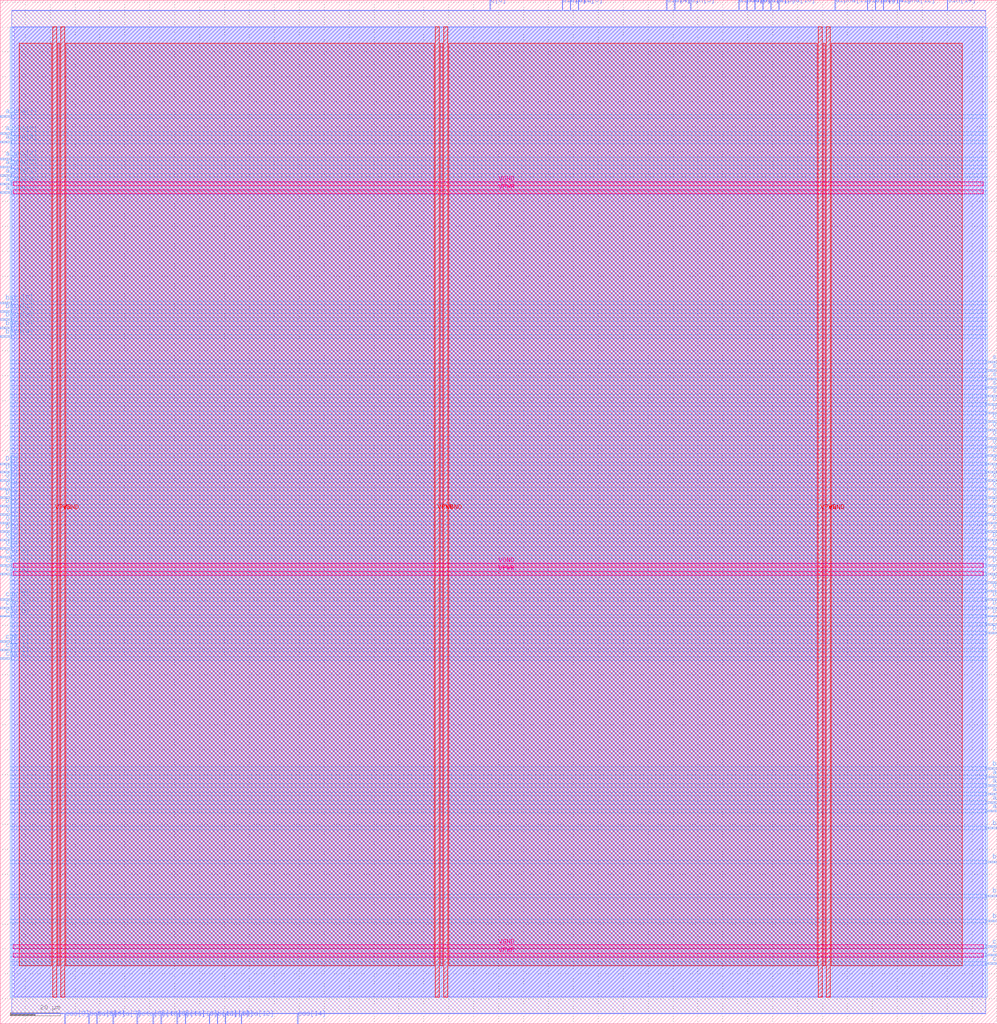
<source format=lef>
VERSION 5.7 ;
  NOWIREEXTENSIONATPIN ON ;
  DIVIDERCHAR "/" ;
  BUSBITCHARS "[]" ;
MACRO park
  CLASS BLOCK ;
  FOREIGN park ;
  ORIGIN 0.000 0.000 ;
  SIZE 400.120 BY 410.840 ;
  PIN D[0]
    DIRECTION OUTPUT ;
    USE SIGNAL ;
    ANTENNADIFFAREA 0.795200 ;
    PORT
      LAYER met3 ;
        RECT 0.000 224.440 4.000 225.040 ;
    END
  END D[0]
  PIN D[10]
    DIRECTION OUTPUT ;
    USE SIGNAL ;
    ANTENNADIFFAREA 0.795200 ;
    PORT
      LAYER met3 ;
        RECT 396.120 200.640 400.120 201.240 ;
    END
  END D[10]
  PIN D[11]
    DIRECTION OUTPUT ;
    USE SIGNAL ;
    ANTENNADIFFAREA 0.795200 ;
    PORT
      LAYER met3 ;
        RECT 396.120 156.440 400.120 157.040 ;
    END
  END D[11]
  PIN D[12]
    DIRECTION OUTPUT ;
    USE SIGNAL ;
    ANTENNADIFFAREA 0.445500 ;
    PORT
      LAYER met3 ;
        RECT 396.120 183.640 400.120 184.240 ;
    END
  END D[12]
  PIN D[13]
    DIRECTION OUTPUT ;
    USE SIGNAL ;
    ANTENNADIFFAREA 0.445500 ;
    PORT
      LAYER met3 ;
        RECT 396.120 170.040 400.120 170.640 ;
    END
  END D[13]
  PIN D[14]
    DIRECTION OUTPUT ;
    USE SIGNAL ;
    ANTENNADIFFAREA 0.795200 ;
    PORT
      LAYER met3 ;
        RECT 396.120 180.240 400.120 180.840 ;
    END
  END D[14]
  PIN D[15]
    DIRECTION OUTPUT ;
    USE SIGNAL ;
    ANTENNADIFFAREA 0.795200 ;
    PORT
      LAYER met3 ;
        RECT 396.120 193.840 400.120 194.440 ;
    END
  END D[15]
  PIN D[16]
    DIRECTION OUTPUT ;
    USE SIGNAL ;
    ANTENNADIFFAREA 0.795200 ;
    PORT
      LAYER met3 ;
        RECT 396.120 176.840 400.120 177.440 ;
    END
  END D[16]
  PIN D[17]
    DIRECTION OUTPUT ;
    USE SIGNAL ;
    ANTENNADIFFAREA 0.445500 ;
    PORT
      LAYER met3 ;
        RECT 396.120 163.240 400.120 163.840 ;
    END
  END D[17]
  PIN D[1]
    DIRECTION OUTPUT ;
    USE SIGNAL ;
    ANTENNADIFFAREA 0.795200 ;
    PORT
      LAYER met3 ;
        RECT 0.000 197.240 4.000 197.840 ;
    END
  END D[1]
  PIN D[2]
    DIRECTION OUTPUT ;
    USE SIGNAL ;
    ANTENNADIFFAREA 0.795200 ;
    PORT
      LAYER met3 ;
        RECT 0.000 207.440 4.000 208.040 ;
    END
  END D[2]
  PIN D[3]
    DIRECTION OUTPUT ;
    USE SIGNAL ;
    ANTENNADIFFAREA 0.795200 ;
    PORT
      LAYER met3 ;
        RECT 0.000 221.040 4.000 221.640 ;
    END
  END D[3]
  PIN D[4]
    DIRECTION OUTPUT ;
    USE SIGNAL ;
    ANTENNADIFFAREA 0.795200 ;
    PORT
      LAYER met3 ;
        RECT 0.000 210.840 4.000 211.440 ;
    END
  END D[4]
  PIN D[5]
    DIRECTION OUTPUT ;
    USE SIGNAL ;
    ANTENNADIFFAREA 0.795200 ;
    PORT
      LAYER met3 ;
        RECT 396.120 248.240 400.120 248.840 ;
    END
  END D[5]
  PIN D[6]
    DIRECTION OUTPUT ;
    USE SIGNAL ;
    ANTENNADIFFAREA 0.795200 ;
    PORT
      LAYER met3 ;
        RECT 396.120 244.840 400.120 245.440 ;
    END
  END D[6]
  PIN D[7]
    DIRECTION OUTPUT ;
    USE SIGNAL ;
    ANTENNADIFFAREA 0.795200 ;
    PORT
      LAYER met3 ;
        RECT 396.120 207.440 400.120 208.040 ;
    END
  END D[7]
  PIN D[8]
    DIRECTION OUTPUT ;
    USE SIGNAL ;
    ANTENNADIFFAREA 0.445500 ;
    PORT
      LAYER met3 ;
        RECT 396.120 190.440 400.120 191.040 ;
    END
  END D[8]
  PIN D[9]
    DIRECTION OUTPUT ;
    USE SIGNAL ;
    ANTENNADIFFAREA 0.795200 ;
    PORT
      LAYER met3 ;
        RECT 396.120 166.640 400.120 167.240 ;
    END
  END D[9]
  PIN Q[0]
    DIRECTION OUTPUT ;
    USE SIGNAL ;
    ANTENNADIFFAREA 0.795200 ;
    PORT
      LAYER met3 ;
        RECT 0.000 193.840 4.000 194.440 ;
    END
  END Q[0]
  PIN Q[10]
    DIRECTION OUTPUT ;
    USE SIGNAL ;
    ANTENNADIFFAREA 0.795200 ;
    PORT
      LAYER met3 ;
        RECT 396.120 217.640 400.120 218.240 ;
    END
  END Q[10]
  PIN Q[11]
    DIRECTION OUTPUT ;
    USE SIGNAL ;
    ANTENNADIFFAREA 0.795200 ;
    PORT
      LAYER met3 ;
        RECT 396.120 221.040 400.120 221.640 ;
    END
  END Q[11]
  PIN Q[12]
    DIRECTION OUTPUT ;
    USE SIGNAL ;
    ANTENNADIFFAREA 0.795200 ;
    PORT
      LAYER met3 ;
        RECT 396.120 214.240 400.120 214.840 ;
    END
  END Q[12]
  PIN Q[13]
    DIRECTION OUTPUT ;
    USE SIGNAL ;
    ANTENNADIFFAREA 0.445500 ;
    PORT
      LAYER met3 ;
        RECT 396.120 238.040 400.120 238.640 ;
    END
  END Q[13]
  PIN Q[14]
    DIRECTION OUTPUT ;
    USE SIGNAL ;
    ANTENNADIFFAREA 0.445500 ;
    PORT
      LAYER met3 ;
        RECT 396.120 204.040 400.120 204.640 ;
    END
  END Q[14]
  PIN Q[15]
    DIRECTION OUTPUT ;
    USE SIGNAL ;
    ANTENNADIFFAREA 0.445500 ;
    PORT
      LAYER met3 ;
        RECT 396.120 210.840 400.120 211.440 ;
    END
  END Q[15]
  PIN Q[16]
    DIRECTION OUTPUT ;
    USE SIGNAL ;
    ANTENNADIFFAREA 0.795200 ;
    PORT
      LAYER met3 ;
        RECT 396.120 187.040 400.120 187.640 ;
    END
  END Q[16]
  PIN Q[17]
    DIRECTION OUTPUT ;
    USE SIGNAL ;
    ANTENNADIFFAREA 0.795200 ;
    PORT
      LAYER met3 ;
        RECT 396.120 173.440 400.120 174.040 ;
    END
  END Q[17]
  PIN Q[1]
    DIRECTION OUTPUT ;
    USE SIGNAL ;
    ANTENNADIFFAREA 0.795200 ;
    PORT
      LAYER met3 ;
        RECT 0.000 204.040 4.000 204.640 ;
    END
  END Q[1]
  PIN Q[2]
    DIRECTION OUTPUT ;
    USE SIGNAL ;
    ANTENNADIFFAREA 0.795200 ;
    PORT
      LAYER met3 ;
        RECT 0.000 217.640 4.000 218.240 ;
    END
  END Q[2]
  PIN Q[3]
    DIRECTION OUTPUT ;
    USE SIGNAL ;
    ANTENNADIFFAREA 0.795200 ;
    PORT
      LAYER met3 ;
        RECT 0.000 200.640 4.000 201.240 ;
    END
  END Q[3]
  PIN Q[4]
    DIRECTION OUTPUT ;
    USE SIGNAL ;
    ANTENNADIFFAREA 0.795200 ;
    PORT
      LAYER met3 ;
        RECT 0.000 190.440 4.000 191.040 ;
    END
  END Q[4]
  PIN Q[5]
    DIRECTION OUTPUT ;
    USE SIGNAL ;
    ANTENNADIFFAREA 0.795200 ;
    PORT
      LAYER met3 ;
        RECT 0.000 214.240 4.000 214.840 ;
    END
  END Q[5]
  PIN Q[6]
    DIRECTION OUTPUT ;
    USE SIGNAL ;
    ANTENNADIFFAREA 0.795200 ;
    PORT
      LAYER met2 ;
        RECT 196.510 406.840 196.790 410.840 ;
    END
  END Q[6]
  PIN Q[7]
    DIRECTION OUTPUT ;
    USE SIGNAL ;
    ANTENNADIFFAREA 0.795200 ;
    PORT
      LAYER met3 ;
        RECT 396.120 241.440 400.120 242.040 ;
    END
  END Q[7]
  PIN Q[8]
    DIRECTION OUTPUT ;
    USE SIGNAL ;
    ANTENNADIFFAREA 0.445500 ;
    PORT
      LAYER met3 ;
        RECT 396.120 231.240 400.120 231.840 ;
    END
  END Q[8]
  PIN Q[9]
    DIRECTION OUTPUT ;
    USE SIGNAL ;
    ANTENNADIFFAREA 0.795200 ;
    PORT
      LAYER met3 ;
        RECT 396.120 234.640 400.120 235.240 ;
    END
  END Q[9]
  PIN VGND
    DIRECTION INOUT ;
    USE GROUND ;
    PORT
      LAYER met4 ;
        RECT 24.340 10.640 25.940 400.080 ;
    END
    PORT
      LAYER met4 ;
        RECT 177.940 10.640 179.540 400.080 ;
    END
    PORT
      LAYER met4 ;
        RECT 331.540 10.640 333.140 400.080 ;
    END
    PORT
      LAYER met5 ;
        RECT 5.280 30.030 394.460 31.630 ;
    END
    PORT
      LAYER met5 ;
        RECT 5.280 183.210 394.460 184.810 ;
    END
    PORT
      LAYER met5 ;
        RECT 5.280 336.390 394.460 337.990 ;
    END
  END VGND
  PIN VPWR
    DIRECTION INOUT ;
    USE POWER ;
    PORT
      LAYER met4 ;
        RECT 21.040 10.640 22.640 400.080 ;
    END
    PORT
      LAYER met4 ;
        RECT 174.640 10.640 176.240 400.080 ;
    END
    PORT
      LAYER met4 ;
        RECT 328.240 10.640 329.840 400.080 ;
    END
    PORT
      LAYER met5 ;
        RECT 5.280 26.730 394.460 28.330 ;
    END
    PORT
      LAYER met5 ;
        RECT 5.280 179.910 394.460 181.510 ;
    END
    PORT
      LAYER met5 ;
        RECT 5.280 333.090 394.460 334.690 ;
    END
  END VPWR
  PIN alpha[0]
    DIRECTION INPUT ;
    USE SIGNAL ;
    ANTENNAGATEAREA 0.159000 ;
    PORT
      LAYER met3 ;
        RECT 0.000 333.240 4.000 333.840 ;
    END
  END alpha[0]
  PIN alpha[10]
    DIRECTION INPUT ;
    USE SIGNAL ;
    ANTENNAGATEAREA 0.196500 ;
    PORT
      LAYER met2 ;
        RECT 312.430 406.840 312.710 410.840 ;
    END
  END alpha[10]
  PIN alpha[11]
    DIRECTION INPUT ;
    USE SIGNAL ;
    ANTENNAGATEAREA 0.196500 ;
    PORT
      LAYER met2 ;
        RECT 334.970 406.840 335.250 410.840 ;
    END
  END alpha[11]
  PIN alpha[12]
    DIRECTION INPUT ;
    USE SIGNAL ;
    ANTENNAGATEAREA 0.247500 ;
    PORT
      LAYER met2 ;
        RECT 360.730 406.840 361.010 410.840 ;
    END
  END alpha[12]
  PIN alpha[13]
    DIRECTION INPUT ;
    USE SIGNAL ;
    ANTENNAGATEAREA 0.247500 ;
    PORT
      LAYER met3 ;
        RECT 396.120 85.040 400.120 85.640 ;
    END
  END alpha[13]
  PIN alpha[14]
    DIRECTION INPUT ;
    USE SIGNAL ;
    ANTENNAGATEAREA 0.196500 ;
    PORT
      LAYER met3 ;
        RECT 396.120 88.440 400.120 89.040 ;
    END
  END alpha[14]
  PIN alpha[15]
    DIRECTION INPUT ;
    USE SIGNAL ;
    ANTENNAGATEAREA 0.196500 ;
    PORT
      LAYER met3 ;
        RECT 396.120 91.840 400.120 92.440 ;
    END
  END alpha[15]
  PIN alpha[16]
    DIRECTION INPUT ;
    USE SIGNAL ;
    ANTENNAGATEAREA 0.213000 ;
    PORT
      LAYER met3 ;
        RECT 396.120 95.240 400.120 95.840 ;
    END
  END alpha[16]
  PIN alpha[17]
    DIRECTION INPUT ;
    USE SIGNAL ;
    ANTENNAGATEAREA 0.159000 ;
    PORT
      LAYER met3 ;
        RECT 396.120 98.640 400.120 99.240 ;
    END
  END alpha[17]
  PIN alpha[1]
    DIRECTION INPUT ;
    USE SIGNAL ;
    ANTENNAGATEAREA 0.196500 ;
    PORT
      LAYER met3 ;
        RECT 0.000 340.040 4.000 340.640 ;
    END
  END alpha[1]
  PIN alpha[2]
    DIRECTION INPUT ;
    USE SIGNAL ;
    ANTENNAGATEAREA 0.159000 ;
    PORT
      LAYER met3 ;
        RECT 0.000 343.440 4.000 344.040 ;
    END
  END alpha[2]
  PIN alpha[3]
    DIRECTION INPUT ;
    USE SIGNAL ;
    ANTENNAGATEAREA 0.213000 ;
    PORT
      LAYER met3 ;
        RECT 0.000 336.640 4.000 337.240 ;
    END
  END alpha[3]
  PIN alpha[4]
    DIRECTION INPUT ;
    USE SIGNAL ;
    ANTENNAGATEAREA 0.196500 ;
    PORT
      LAYER met3 ;
        RECT 0.000 346.840 4.000 347.440 ;
    END
  END alpha[4]
  PIN alpha[5]
    DIRECTION INPUT ;
    USE SIGNAL ;
    ANTENNAGATEAREA 0.196500 ;
    PORT
      LAYER met3 ;
        RECT 0.000 353.640 4.000 354.240 ;
    END
  END alpha[5]
  PIN alpha[6]
    DIRECTION INPUT ;
    USE SIGNAL ;
    ANTENNAGATEAREA 0.196500 ;
    PORT
      LAYER met3 ;
        RECT 0.000 357.040 4.000 357.640 ;
    END
  END alpha[6]
  PIN alpha[7]
    DIRECTION INPUT ;
    USE SIGNAL ;
    ANTENNAGATEAREA 0.196500 ;
    PORT
      LAYER met3 ;
        RECT 0.000 363.840 4.000 364.440 ;
    END
  END alpha[7]
  PIN alpha[8]
    DIRECTION INPUT ;
    USE SIGNAL ;
    ANTENNAGATEAREA 0.196500 ;
    PORT
      LAYER met2 ;
        RECT 296.330 406.840 296.610 410.840 ;
    END
  END alpha[8]
  PIN alpha[9]
    DIRECTION INPUT ;
    USE SIGNAL ;
    ANTENNAGATEAREA 0.196500 ;
    PORT
      LAYER met2 ;
        RECT 302.770 406.840 303.050 410.840 ;
    END
  END alpha[9]
  PIN beta[0]
    DIRECTION INPUT ;
    USE SIGNAL ;
    ANTENNAGATEAREA 0.196500 ;
    PORT
      LAYER met3 ;
        RECT 0.000 289.040 4.000 289.640 ;
    END
  END beta[0]
  PIN beta[10]
    DIRECTION INPUT ;
    USE SIGNAL ;
    ANTENNAGATEAREA 0.495000 ;
    PORT
      LAYER met2 ;
        RECT 74.150 0.000 74.430 4.000 ;
    END
  END beta[10]
  PIN beta[11]
    DIRECTION INPUT ;
    USE SIGNAL ;
    ANTENNAGATEAREA 0.196500 ;
    PORT
      LAYER met2 ;
        RECT 87.030 0.000 87.310 4.000 ;
    END
  END beta[11]
  PIN beta[12]
    DIRECTION INPUT ;
    USE SIGNAL ;
    ANTENNAGATEAREA 0.196500 ;
    PORT
      LAYER met2 ;
        RECT 96.690 0.000 96.970 4.000 ;
    END
  END beta[12]
  PIN beta[13]
    DIRECTION INPUT ;
    USE SIGNAL ;
    ANTENNAGATEAREA 0.196500 ;
    PORT
      LAYER met3 ;
        RECT 396.120 40.840 400.120 41.440 ;
    END
  END beta[13]
  PIN beta[14]
    DIRECTION INPUT ;
    USE SIGNAL ;
    ANTENNAGATEAREA 0.196500 ;
    PORT
      LAYER met3 ;
        RECT 396.120 51.040 400.120 51.640 ;
    END
  END beta[14]
  PIN beta[15]
    DIRECTION INPUT ;
    USE SIGNAL ;
    ANTENNAGATEAREA 0.196500 ;
    PORT
      LAYER met3 ;
        RECT 396.120 64.640 400.120 65.240 ;
    END
  END beta[15]
  PIN beta[16]
    DIRECTION INPUT ;
    USE SIGNAL ;
    ANTENNAGATEAREA 0.196500 ;
    PORT
      LAYER met3 ;
        RECT 396.120 78.240 400.120 78.840 ;
    END
  END beta[16]
  PIN beta[17]
    DIRECTION INPUT ;
    USE SIGNAL ;
    ANTENNAGATEAREA 0.213000 ;
    PORT
      LAYER met3 ;
        RECT 396.120 102.040 400.120 102.640 ;
    END
  END beta[17]
  PIN beta[1]
    DIRECTION INPUT ;
    USE SIGNAL ;
    ANTENNAGATEAREA 0.213000 ;
    PORT
      LAYER met3 ;
        RECT 0.000 285.640 4.000 286.240 ;
    END
  END beta[1]
  PIN beta[2]
    DIRECTION INPUT ;
    USE SIGNAL ;
    ANTENNAGATEAREA 0.213000 ;
    PORT
      LAYER met3 ;
        RECT 0.000 282.240 4.000 282.840 ;
    END
  END beta[2]
  PIN beta[3]
    DIRECTION INPUT ;
    USE SIGNAL ;
    ANTENNAGATEAREA 0.196500 ;
    PORT
      LAYER met3 ;
        RECT 0.000 278.840 4.000 279.440 ;
    END
  END beta[3]
  PIN beta[4]
    DIRECTION INPUT ;
    USE SIGNAL ;
    ANTENNAGATEAREA 0.196500 ;
    PORT
      LAYER met3 ;
        RECT 0.000 275.440 4.000 276.040 ;
    END
  END beta[4]
  PIN beta[5]
    DIRECTION INPUT ;
    USE SIGNAL ;
    ANTENNAGATEAREA 0.213000 ;
    PORT
      LAYER met2 ;
        RECT 35.510 0.000 35.790 4.000 ;
    END
  END beta[5]
  PIN beta[6]
    DIRECTION INPUT ;
    USE SIGNAL ;
    ANTENNAGATEAREA 0.196500 ;
    PORT
      LAYER met2 ;
        RECT 38.730 0.000 39.010 4.000 ;
    END
  END beta[6]
  PIN beta[7]
    DIRECTION INPUT ;
    USE SIGNAL ;
    ANTENNAGATEAREA 0.213000 ;
    PORT
      LAYER met2 ;
        RECT 45.170 0.000 45.450 4.000 ;
    END
  END beta[7]
  PIN beta[8]
    DIRECTION INPUT ;
    USE SIGNAL ;
    ANTENNAGATEAREA 0.990000 ;
    PORT
      LAYER met2 ;
        RECT 54.830 0.000 55.110 4.000 ;
    END
  END beta[8]
  PIN beta[9]
    DIRECTION INPUT ;
    USE SIGNAL ;
    ANTENNAGATEAREA 0.213000 ;
    PORT
      LAYER met2 ;
        RECT 64.490 0.000 64.770 4.000 ;
    END
  END beta[9]
  PIN clk
    DIRECTION INPUT ;
    USE SIGNAL ;
    ANTENNAGATEAREA 0.852000 ;
    PORT
      LAYER met3 ;
        RECT 396.120 227.840 400.120 228.440 ;
    END
  END clk
  PIN cos[0]
    DIRECTION INPUT ;
    USE SIGNAL ;
    ANTENNAGATEAREA 0.196500 ;
    PORT
      LAYER met3 ;
        RECT 0.000 153.040 4.000 153.640 ;
    END
  END cos[0]
  PIN cos[10]
    DIRECTION INPUT ;
    USE SIGNAL ;
    ANTENNAGATEAREA 0.196500 ;
    PORT
      LAYER met2 ;
        RECT 61.270 0.000 61.550 4.000 ;
    END
  END cos[10]
  PIN cos[11]
    DIRECTION INPUT ;
    USE SIGNAL ;
    ANTENNAGATEAREA 0.196500 ;
    PORT
      LAYER met2 ;
        RECT 70.930 0.000 71.210 4.000 ;
    END
  END cos[11]
  PIN cos[12]
    DIRECTION INPUT ;
    USE SIGNAL ;
    ANTENNAGATEAREA 0.196500 ;
    PORT
      LAYER met2 ;
        RECT 83.810 0.000 84.090 4.000 ;
    END
  END cos[12]
  PIN cos[13]
    DIRECTION INPUT ;
    USE SIGNAL ;
    ANTENNAGATEAREA 0.196500 ;
    PORT
      LAYER met2 ;
        RECT 90.250 0.000 90.530 4.000 ;
    END
  END cos[13]
  PIN cos[14]
    DIRECTION INPUT ;
    USE SIGNAL ;
    ANTENNAGATEAREA 0.196500 ;
    PORT
      LAYER met2 ;
        RECT 119.230 0.000 119.510 4.000 ;
    END
  END cos[14]
  PIN cos[15]
    DIRECTION INPUT ;
    USE SIGNAL ;
    ANTENNAGATEAREA 0.196500 ;
    PORT
      LAYER met3 ;
        RECT 396.120 23.840 400.120 24.440 ;
    END
  END cos[15]
  PIN cos[16]
    DIRECTION INPUT ;
    USE SIGNAL ;
    ANTENNAGATEAREA 0.213000 ;
    PORT
      LAYER met3 ;
        RECT 396.120 27.240 400.120 27.840 ;
    END
  END cos[16]
  PIN cos[17]
    DIRECTION INPUT ;
    USE SIGNAL ;
    ANTENNAGATEAREA 0.213000 ;
    PORT
      LAYER met3 ;
        RECT 396.120 30.640 400.120 31.240 ;
    END
  END cos[17]
  PIN cos[1]
    DIRECTION INPUT ;
    USE SIGNAL ;
    ANTENNAGATEAREA 0.196500 ;
    PORT
      LAYER met3 ;
        RECT 0.000 149.640 4.000 150.240 ;
    END
  END cos[1]
  PIN cos[2]
    DIRECTION INPUT ;
    USE SIGNAL ;
    ANTENNAGATEAREA 0.196500 ;
    PORT
      LAYER met3 ;
        RECT 0.000 146.240 4.000 146.840 ;
    END
  END cos[2]
  PIN cos[3]
    DIRECTION INPUT ;
    USE SIGNAL ;
    ANTENNAGATEAREA 0.196500 ;
    PORT
      LAYER met3 ;
        RECT 0.000 170.040 4.000 170.640 ;
    END
  END cos[3]
  PIN cos[4]
    DIRECTION INPUT ;
    USE SIGNAL ;
    ANTENNAGATEAREA 0.213000 ;
    PORT
      LAYER met3 ;
        RECT 0.000 166.640 4.000 167.240 ;
    END
  END cos[4]
  PIN cos[5]
    DIRECTION INPUT ;
    USE SIGNAL ;
    ANTENNAGATEAREA 0.159000 ;
    PORT
      LAYER met3 ;
        RECT 0.000 163.240 4.000 163.840 ;
    END
  END cos[5]
  PIN cos[6]
    DIRECTION INPUT ;
    USE SIGNAL ;
    ANTENNAGATEAREA 0.196500 ;
    PORT
      LAYER met3 ;
        RECT 0.000 187.040 4.000 187.640 ;
    END
  END cos[6]
  PIN cos[7]
    DIRECTION INPUT ;
    USE SIGNAL ;
    ANTENNAGATEAREA 0.196500 ;
    PORT
      LAYER met3 ;
        RECT 0.000 183.640 4.000 184.240 ;
    END
  END cos[7]
  PIN cos[8]
    DIRECTION INPUT ;
    USE SIGNAL ;
    ANTENNAGATEAREA 0.213000 ;
    PORT
      LAYER met3 ;
        RECT 0.000 180.240 4.000 180.840 ;
    END
  END cos[8]
  PIN cos[9]
    DIRECTION INPUT ;
    USE SIGNAL ;
    ANTENNAGATEAREA 0.196500 ;
    PORT
      LAYER met2 ;
        RECT 25.850 0.000 26.130 4.000 ;
    END
  END cos[9]
  PIN done
    DIRECTION OUTPUT ;
    USE SIGNAL ;
    ANTENNADIFFAREA 0.445500 ;
    PORT
      LAYER met3 ;
        RECT 396.120 224.440 400.120 225.040 ;
    END
  END done
  PIN rstb
    DIRECTION INPUT ;
    USE SIGNAL ;
    ANTENNAGATEAREA 0.196500 ;
    PORT
      LAYER met3 ;
        RECT 396.120 159.840 400.120 160.440 ;
    END
  END rstb
  PIN sin[0]
    DIRECTION INPUT ;
    USE SIGNAL ;
    ANTENNAGATEAREA 0.196500 ;
    PORT
      LAYER met2 ;
        RECT 231.930 406.840 232.210 410.840 ;
    END
  END sin[0]
  PIN sin[10]
    DIRECTION INPUT ;
    USE SIGNAL ;
    ANTENNAGATEAREA 0.196500 ;
    PORT
      LAYER met2 ;
        RECT 347.850 406.840 348.130 410.840 ;
    END
  END sin[10]
  PIN sin[11]
    DIRECTION INPUT ;
    USE SIGNAL ;
    ANTENNAGATEAREA 0.196500 ;
    PORT
      LAYER met2 ;
        RECT 354.290 406.840 354.570 410.840 ;
    END
  END sin[11]
  PIN sin[12]
    DIRECTION INPUT ;
    USE SIGNAL ;
    ANTENNAGATEAREA 0.196500 ;
    PORT
      LAYER met3 ;
        RECT 396.120 261.840 400.120 262.440 ;
    END
  END sin[12]
  PIN sin[13]
    DIRECTION INPUT ;
    USE SIGNAL ;
    ANTENNAGATEAREA 0.196500 ;
    PORT
      LAYER met3 ;
        RECT 396.120 265.240 400.120 265.840 ;
    END
  END sin[13]
  PIN sin[14]
    DIRECTION INPUT ;
    USE SIGNAL ;
    ANTENNAGATEAREA 0.159000 ;
    PORT
      LAYER met2 ;
        RECT 380.050 406.840 380.330 410.840 ;
    END
  END sin[14]
  PIN sin[15]
    DIRECTION INPUT ;
    USE SIGNAL ;
    ANTENNAGATEAREA 0.126000 ;
    PORT
      LAYER met3 ;
        RECT 396.120 251.640 400.120 252.240 ;
    END
  END sin[15]
  PIN sin[16]
    DIRECTION INPUT ;
    USE SIGNAL ;
    ANTENNAGATEAREA 0.126000 ;
    PORT
      LAYER met3 ;
        RECT 396.120 255.040 400.120 255.640 ;
    END
  END sin[16]
  PIN sin[17]
    DIRECTION INPUT ;
    USE SIGNAL ;
    ANTENNAGATEAREA 0.159000 ;
    PORT
      LAYER met3 ;
        RECT 396.120 258.440 400.120 259.040 ;
    END
  END sin[17]
  PIN sin[1]
    DIRECTION INPUT ;
    USE SIGNAL ;
    ANTENNAGATEAREA 0.196500 ;
    PORT
      LAYER met2 ;
        RECT 228.710 406.840 228.990 410.840 ;
    END
  END sin[1]
  PIN sin[2]
    DIRECTION INPUT ;
    USE SIGNAL ;
    ANTENNAGATEAREA 0.213000 ;
    PORT
      LAYER met2 ;
        RECT 225.490 406.840 225.770 410.840 ;
    END
  END sin[2]
  PIN sin[3]
    DIRECTION INPUT ;
    USE SIGNAL ;
    ANTENNAGATEAREA 0.196500 ;
    PORT
      LAYER met2 ;
        RECT 270.570 406.840 270.850 410.840 ;
    END
  END sin[3]
  PIN sin[4]
    DIRECTION INPUT ;
    USE SIGNAL ;
    ANTENNAGATEAREA 0.196500 ;
    PORT
      LAYER met2 ;
        RECT 267.350 406.840 267.630 410.840 ;
    END
  END sin[4]
  PIN sin[5]
    DIRECTION INPUT ;
    USE SIGNAL ;
    ANTENNAGATEAREA 0.196500 ;
    PORT
      LAYER met2 ;
        RECT 277.010 406.840 277.290 410.840 ;
    END
  END sin[5]
  PIN sin[6]
    DIRECTION INPUT ;
    USE SIGNAL ;
    ANTENNAGATEAREA 0.196500 ;
    PORT
      LAYER met2 ;
        RECT 309.210 406.840 309.490 410.840 ;
    END
  END sin[6]
  PIN sin[7]
    DIRECTION INPUT ;
    USE SIGNAL ;
    ANTENNAGATEAREA 0.196500 ;
    PORT
      LAYER met2 ;
        RECT 305.990 406.840 306.270 410.840 ;
    END
  END sin[7]
  PIN sin[8]
    DIRECTION INPUT ;
    USE SIGNAL ;
    ANTENNAGATEAREA 0.196500 ;
    PORT
      LAYER met2 ;
        RECT 299.550 406.840 299.830 410.840 ;
    END
  END sin[8]
  PIN sin[9]
    DIRECTION INPUT ;
    USE SIGNAL ;
    ANTENNAGATEAREA 0.213000 ;
    PORT
      LAYER met2 ;
        RECT 351.070 406.840 351.350 410.840 ;
    END
  END sin[9]
  PIN start
    DIRECTION INPUT ;
    USE SIGNAL ;
    ANTENNAGATEAREA 0.196500 ;
    PORT
      LAYER met3 ;
        RECT 396.120 197.240 400.120 197.840 ;
    END
  END start
  OBS
      LAYER li1 ;
        RECT 5.520 10.795 394.220 399.925 ;
      LAYER met1 ;
        RECT 4.670 10.640 395.530 400.080 ;
      LAYER met2 ;
        RECT 4.690 406.560 196.230 406.840 ;
        RECT 197.070 406.560 225.210 406.840 ;
        RECT 226.050 406.560 228.430 406.840 ;
        RECT 229.270 406.560 231.650 406.840 ;
        RECT 232.490 406.560 267.070 406.840 ;
        RECT 267.910 406.560 270.290 406.840 ;
        RECT 271.130 406.560 276.730 406.840 ;
        RECT 277.570 406.560 296.050 406.840 ;
        RECT 296.890 406.560 299.270 406.840 ;
        RECT 300.110 406.560 302.490 406.840 ;
        RECT 303.330 406.560 305.710 406.840 ;
        RECT 306.550 406.560 308.930 406.840 ;
        RECT 309.770 406.560 312.150 406.840 ;
        RECT 312.990 406.560 334.690 406.840 ;
        RECT 335.530 406.560 347.570 406.840 ;
        RECT 348.410 406.560 350.790 406.840 ;
        RECT 351.630 406.560 354.010 406.840 ;
        RECT 354.850 406.560 360.450 406.840 ;
        RECT 361.290 406.560 379.770 406.840 ;
        RECT 380.610 406.560 395.510 406.840 ;
        RECT 4.690 4.280 395.510 406.560 ;
        RECT 4.690 4.000 25.570 4.280 ;
        RECT 26.410 4.000 35.230 4.280 ;
        RECT 36.070 4.000 38.450 4.280 ;
        RECT 39.290 4.000 44.890 4.280 ;
        RECT 45.730 4.000 54.550 4.280 ;
        RECT 55.390 4.000 60.990 4.280 ;
        RECT 61.830 4.000 64.210 4.280 ;
        RECT 65.050 4.000 70.650 4.280 ;
        RECT 71.490 4.000 73.870 4.280 ;
        RECT 74.710 4.000 83.530 4.280 ;
        RECT 84.370 4.000 86.750 4.280 ;
        RECT 87.590 4.000 89.970 4.280 ;
        RECT 90.810 4.000 96.410 4.280 ;
        RECT 97.250 4.000 118.950 4.280 ;
        RECT 119.790 4.000 395.510 4.280 ;
      LAYER met3 ;
        RECT 3.990 364.840 396.120 400.005 ;
        RECT 4.400 363.440 396.120 364.840 ;
        RECT 3.990 358.040 396.120 363.440 ;
        RECT 4.400 356.640 396.120 358.040 ;
        RECT 3.990 354.640 396.120 356.640 ;
        RECT 4.400 353.240 396.120 354.640 ;
        RECT 3.990 347.840 396.120 353.240 ;
        RECT 4.400 346.440 396.120 347.840 ;
        RECT 3.990 344.440 396.120 346.440 ;
        RECT 4.400 343.040 396.120 344.440 ;
        RECT 3.990 341.040 396.120 343.040 ;
        RECT 4.400 339.640 396.120 341.040 ;
        RECT 3.990 337.640 396.120 339.640 ;
        RECT 4.400 336.240 396.120 337.640 ;
        RECT 3.990 334.240 396.120 336.240 ;
        RECT 4.400 332.840 396.120 334.240 ;
        RECT 3.990 290.040 396.120 332.840 ;
        RECT 4.400 288.640 396.120 290.040 ;
        RECT 3.990 286.640 396.120 288.640 ;
        RECT 4.400 285.240 396.120 286.640 ;
        RECT 3.990 283.240 396.120 285.240 ;
        RECT 4.400 281.840 396.120 283.240 ;
        RECT 3.990 279.840 396.120 281.840 ;
        RECT 4.400 278.440 396.120 279.840 ;
        RECT 3.990 276.440 396.120 278.440 ;
        RECT 4.400 275.040 396.120 276.440 ;
        RECT 3.990 266.240 396.120 275.040 ;
        RECT 3.990 264.840 395.720 266.240 ;
        RECT 3.990 262.840 396.120 264.840 ;
        RECT 3.990 261.440 395.720 262.840 ;
        RECT 3.990 259.440 396.120 261.440 ;
        RECT 3.990 258.040 395.720 259.440 ;
        RECT 3.990 256.040 396.120 258.040 ;
        RECT 3.990 254.640 395.720 256.040 ;
        RECT 3.990 252.640 396.120 254.640 ;
        RECT 3.990 251.240 395.720 252.640 ;
        RECT 3.990 249.240 396.120 251.240 ;
        RECT 3.990 247.840 395.720 249.240 ;
        RECT 3.990 245.840 396.120 247.840 ;
        RECT 3.990 244.440 395.720 245.840 ;
        RECT 3.990 242.440 396.120 244.440 ;
        RECT 3.990 241.040 395.720 242.440 ;
        RECT 3.990 239.040 396.120 241.040 ;
        RECT 3.990 237.640 395.720 239.040 ;
        RECT 3.990 235.640 396.120 237.640 ;
        RECT 3.990 234.240 395.720 235.640 ;
        RECT 3.990 232.240 396.120 234.240 ;
        RECT 3.990 230.840 395.720 232.240 ;
        RECT 3.990 228.840 396.120 230.840 ;
        RECT 3.990 227.440 395.720 228.840 ;
        RECT 3.990 225.440 396.120 227.440 ;
        RECT 4.400 224.040 395.720 225.440 ;
        RECT 3.990 222.040 396.120 224.040 ;
        RECT 4.400 220.640 395.720 222.040 ;
        RECT 3.990 218.640 396.120 220.640 ;
        RECT 4.400 217.240 395.720 218.640 ;
        RECT 3.990 215.240 396.120 217.240 ;
        RECT 4.400 213.840 395.720 215.240 ;
        RECT 3.990 211.840 396.120 213.840 ;
        RECT 4.400 210.440 395.720 211.840 ;
        RECT 3.990 208.440 396.120 210.440 ;
        RECT 4.400 207.040 395.720 208.440 ;
        RECT 3.990 205.040 396.120 207.040 ;
        RECT 4.400 203.640 395.720 205.040 ;
        RECT 3.990 201.640 396.120 203.640 ;
        RECT 4.400 200.240 395.720 201.640 ;
        RECT 3.990 198.240 396.120 200.240 ;
        RECT 4.400 196.840 395.720 198.240 ;
        RECT 3.990 194.840 396.120 196.840 ;
        RECT 4.400 193.440 395.720 194.840 ;
        RECT 3.990 191.440 396.120 193.440 ;
        RECT 4.400 190.040 395.720 191.440 ;
        RECT 3.990 188.040 396.120 190.040 ;
        RECT 4.400 186.640 395.720 188.040 ;
        RECT 3.990 184.640 396.120 186.640 ;
        RECT 4.400 183.240 395.720 184.640 ;
        RECT 3.990 181.240 396.120 183.240 ;
        RECT 4.400 179.840 395.720 181.240 ;
        RECT 3.990 177.840 396.120 179.840 ;
        RECT 3.990 176.440 395.720 177.840 ;
        RECT 3.990 174.440 396.120 176.440 ;
        RECT 3.990 173.040 395.720 174.440 ;
        RECT 3.990 171.040 396.120 173.040 ;
        RECT 4.400 169.640 395.720 171.040 ;
        RECT 3.990 167.640 396.120 169.640 ;
        RECT 4.400 166.240 395.720 167.640 ;
        RECT 3.990 164.240 396.120 166.240 ;
        RECT 4.400 162.840 395.720 164.240 ;
        RECT 3.990 160.840 396.120 162.840 ;
        RECT 3.990 159.440 395.720 160.840 ;
        RECT 3.990 157.440 396.120 159.440 ;
        RECT 3.990 156.040 395.720 157.440 ;
        RECT 3.990 154.040 396.120 156.040 ;
        RECT 4.400 152.640 396.120 154.040 ;
        RECT 3.990 150.640 396.120 152.640 ;
        RECT 4.400 149.240 396.120 150.640 ;
        RECT 3.990 147.240 396.120 149.240 ;
        RECT 4.400 145.840 396.120 147.240 ;
        RECT 3.990 103.040 396.120 145.840 ;
        RECT 3.990 101.640 395.720 103.040 ;
        RECT 3.990 99.640 396.120 101.640 ;
        RECT 3.990 98.240 395.720 99.640 ;
        RECT 3.990 96.240 396.120 98.240 ;
        RECT 3.990 94.840 395.720 96.240 ;
        RECT 3.990 92.840 396.120 94.840 ;
        RECT 3.990 91.440 395.720 92.840 ;
        RECT 3.990 89.440 396.120 91.440 ;
        RECT 3.990 88.040 395.720 89.440 ;
        RECT 3.990 86.040 396.120 88.040 ;
        RECT 3.990 84.640 395.720 86.040 ;
        RECT 3.990 79.240 396.120 84.640 ;
        RECT 3.990 77.840 395.720 79.240 ;
        RECT 3.990 65.640 396.120 77.840 ;
        RECT 3.990 64.240 395.720 65.640 ;
        RECT 3.990 52.040 396.120 64.240 ;
        RECT 3.990 50.640 395.720 52.040 ;
        RECT 3.990 41.840 396.120 50.640 ;
        RECT 3.990 40.440 395.720 41.840 ;
        RECT 3.990 31.640 396.120 40.440 ;
        RECT 3.990 30.240 395.720 31.640 ;
        RECT 3.990 28.240 396.120 30.240 ;
        RECT 3.990 26.840 395.720 28.240 ;
        RECT 3.990 24.840 396.120 26.840 ;
        RECT 3.990 23.440 395.720 24.840 ;
        RECT 3.990 10.715 396.120 23.440 ;
      LAYER met4 ;
        RECT 7.655 23.295 20.640 393.545 ;
        RECT 23.040 23.295 23.940 393.545 ;
        RECT 26.340 23.295 174.240 393.545 ;
        RECT 176.640 23.295 177.540 393.545 ;
        RECT 179.940 23.295 327.840 393.545 ;
        RECT 330.240 23.295 331.140 393.545 ;
        RECT 333.540 23.295 386.105 393.545 ;
  END
END park
END LIBRARY


</source>
